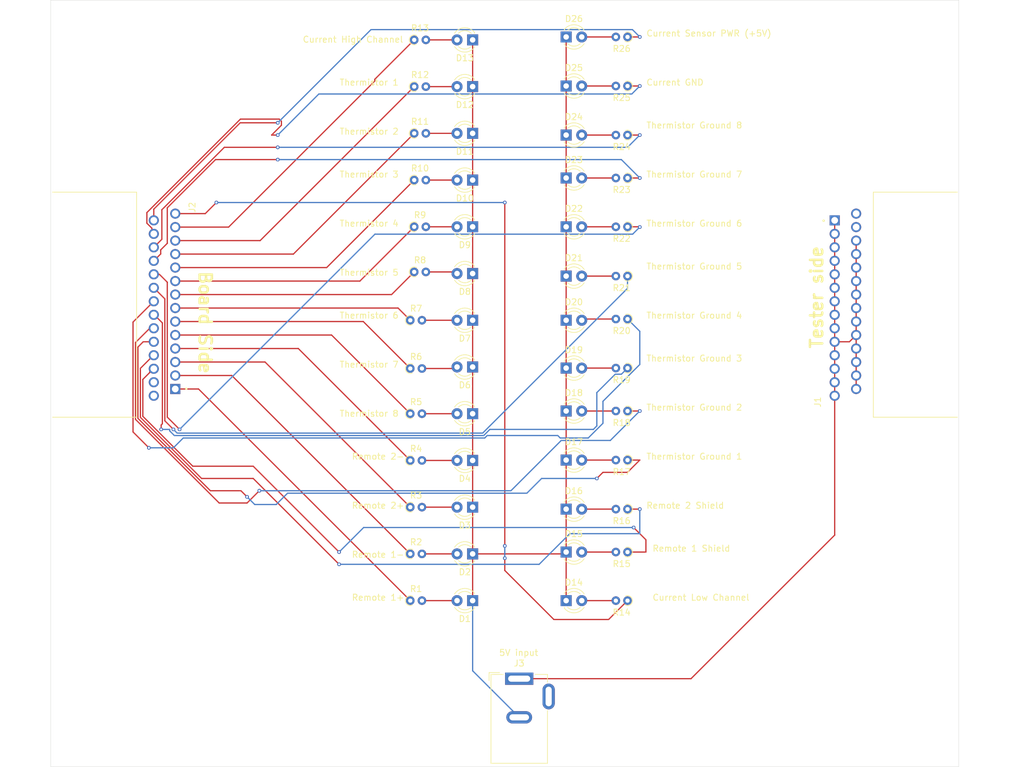
<source format=kicad_pcb>
(kicad_pcb (version 20221018) (generator pcbnew)
  (title_block (title "O2 Supervisor cable tester") (date "2023-08-21") (rev "0"))
  (layers (0 "F.Cu" signal) (31 "B.Cu" signal) (34 "B.Paste" user) (35 "F.Paste" user) (36 "B.SilkS" user "B.Silkscreen") (37 "F.SilkS" user "F.Silkscreen") (38 "B.Mask" user) (39 "F.Mask" user) (44 "Edge.Cuts" user))
  (net 0 "")
  (net 1 "GND")
  (net 2 "Net-(D1-A)")
  (net 3 "Net-(D2-A)")
  (net 4 "Net-(D3-A)")
  (net 5 "Net-(D4-A)")
  (net 6 "Net-(D5-A)")
  (net 7 "Net-(D6-A)")
  (net 8 "Net-(D7-A)")
  (net 9 "Net-(D8-A)")
  (net 10 "Net-(D9-A)")
  (net 11 "Net-(D10-A)")
  (net 12 "Net-(D11-A)")
  (net 13 "Net-(D12-A)")
  (net 14 "Net-(D13-A)")
  (net 15 "Net-(D14-A)")
  (net 16 "Net-(D15-A)")
  (net 17 "Net-(D16-A)")
  (net 18 "Net-(D17-A)")
  (net 19 "Net-(D18-A)")
  (net 20 "Net-(D19-A)")
  (net 21 "Net-(D20-A)")
  (net 22 "Net-(D21-A)")
  (net 23 "Net-(D22-A)")
  (net 24 "Net-(D23-A)")
  (net 25 "Net-(D24-A)")
  (net 26 "Net-(D25-A)")
  (net 27 "Net-(D26-A)")
  (net 28 "+5V")
  (net 31 "Current Low Channel")
  (net 32 "Current High Channel")
  (net 33 "Thermistor 1")
  (net 34 "Thermistor 2")
  (net 35 "Thermistor 3")
  (net 36 "Thermistor 4")
  (net 37 "Thermistor 5")
  (net 38 "Thermistor 6")
  (net 39 "Thermistor 7")
  (net 40 "Thermistor 8")
  (net 41 "Remote 2-")
  (net 42 "Remote 2+")
  (net 43 "Remote 1-")
  (net 44 "Remote 1+")
  (net 45 "Current Ground")
  (net 46 "Thermistor Ground 8")
  (net 47 "Thermistor Ground 7")
  (net 48 "Thermistor Ground 6")
  (net 49 "Thermistor Ground 5")
  (net 50 "Thermistor Ground 4")
  (net 51 "Thermistor Ground 3")
  (net 52 "Thermistor Ground 2")
  (net 53 "Thermistor Ground 1")
  (net 54 "Remote 2 Shield")
  (net 55 "Remote 1 Shield")
  (net 58 "Current Sensor PWR (+5V)")
  (footprint "Connector_BarrelJack:BarrelJack_GCT_DCJ200-10-A_Horizontal" (layer "F.Cu") (at 119.35 134.65)
    (fp_text reference "J3")
    (fp_text value "Barrel_Jack")
  )
  (footprint "LED_THT:LED_D3.0mm" (layer "F.Cu") (at 127 30)
    (fp_text reference "D26")
    (fp_text value "LED" hide)
  )
  (footprint "Resistor_THT:R_Axial_DIN0204_L3.6mm_D1.6mm_P1.90mm_Vertical" (layer "F.Cu") (at 101.6 84.07)
    (fp_text reference "R6")
    (fp_text value "330")
  )
  (footprint "Resistor_THT:R_Axial_DIN0204_L3.6mm_D1.6mm_P1.90mm_Vertical" (layer "F.Cu") (at 137 84 180)
    (fp_text reference "R19")
    (fp_text value "330")
  )
  (footprint "LED_THT:LED_D3.0mm" (layer "F.Cu") (at 127 46)
    (fp_text reference "D24")
    (fp_text value "LED" hide)
  )
  (footprint "LED_THT:LED_D3.0mm" (layer "F.Cu") (at 111.76 45.72 180)
    (fp_text reference "D11")
    (fp_text value "LED" hide)
  )
  (footprint "LED_THT:LED_D3.0mm" (layer "F.Cu") (at 111.76 106.68 180)
    (fp_text reference "D3")
    (fp_text value "LED" hide)
  )
  (footprint "MX34028NF2:JAE_MX34028NF2" (layer "F.Cu") (at 54 73.66 -90)
    (fp_text reference "J2")
    (fp_text value "MX34028NF2")
  )
  (footprint "LED_THT:LED_D3.0mm" (layer "F.Cu") (at 111.76 38.1 180)
    (fp_text reference "D12")
    (fp_text value "LED" hide)
  )
  (footprint "Resistor_THT:R_Axial_DIN0204_L3.6mm_D1.6mm_P1.90mm_Vertical" (layer "F.Cu") (at 101.6 121.92)
    (fp_text reference "R1")
    (fp_text value "330")
  )
  (footprint "LED_THT:LED_D3.0mm" (layer "F.Cu") (at 111.76 68.58 180)
    (fp_text reference "D8")
    (fp_text value "LED" hide)
  )
  (footprint "LED_THT:LED_D3.0mm" (layer "F.Cu") (at 111.76 99.06 180)
    (fp_text reference "D4")
    (fp_text value "LED" hide)
  )
  (footprint "Resistor_THT:R_Axial_DIN0204_L3.6mm_D1.6mm_P1.90mm_Vertical" (layer "F.Cu") (at 137 91 180)
    (fp_text reference "R18")
    (fp_text value "330")
  )
  (footprint "Resistor_THT:R_Axial_DIN0204_L3.6mm_D1.6mm_P1.90mm_Vertical" (layer "F.Cu") (at 102.24 53.34)
    (fp_text reference "R10")
    (fp_text value "330")
  )
  (footprint "LED_THT:LED_D3.0mm" (layer "F.Cu") (at 111.76 121.92 180)
    (fp_text reference "D1")
    (fp_text value "LED" hide)
  )
  (footprint "LED_THT:LED_D3.0mm" (layer "F.Cu") (at 111.76 83.82 180)
    (fp_text reference "D6")
    (fp_text value "LED" hide)
  )
  (footprint "LED_THT:LED_D3.0mm" (layer "F.Cu") (at 111.76 91.44 180)
    (fp_text reference "D5")
    (fp_text value "LED" hide)
  )
  (footprint "LED_THT:LED_D3.0mm" (layer "F.Cu") (at 111.76 53.34 180)
    (fp_text reference "D10")
    (fp_text value "LED" hide)
  )
  (footprint "LED_THT:LED_D3.0mm" (layer "F.Cu") (at 127 91)
    (fp_text reference "D18")
    (fp_text value "LED" hide)
  )
  (footprint "LED_THT:LED_D3.0mm" (layer "F.Cu") (at 127 99)
    (fp_text reference "D17")
    (fp_text value "LED" hide)
  )
  (footprint "Resistor_THT:R_Axial_DIN0204_L3.6mm_D1.6mm_P1.90mm_Vertical" (layer "F.Cu") (at 137 38 180)
    (fp_text reference "R25")
    (fp_text value "330")
  )
  (footprint "Resistor_THT:R_Axial_DIN0204_L3.6mm_D1.6mm_P1.90mm_Vertical" (layer "F.Cu") (at 137 53 180)
    (fp_text reference "R23")
    (fp_text value "330")
  )
  (footprint "Resistor_THT:R_Axial_DIN0204_L3.6mm_D1.6mm_P1.90mm_Vertical" (layer "F.Cu") (at 101.6 106.68)
    (fp_text reference "R3")
    (fp_text value "330")
  )
  (footprint "LED_THT:LED_D3.0mm" (layer "F.Cu") (at 127 60.96)
    (fp_text reference "D22")
    (fp_text value "LED" hide)
  )
  (footprint "Resistor_THT:R_Axial_DIN0204_L3.6mm_D1.6mm_P1.90mm_Vertical" (layer "F.Cu") (at 102.24 30.48)
    (fp_text reference "R13")
    (fp_text value "330")
  )
  (footprint "Resistor_THT:R_Axial_DIN0204_L3.6mm_D1.6mm_P1.90mm_Vertical" (layer "F.Cu") (at 101.6 99.06)
    (fp_text reference "R4")
    (fp_text value "330")
  )
  (footprint "LED_THT:LED_D3.0mm" (layer "F.Cu") (at 127 121.92)
    (fp_text reference "D14")
    (fp_text value "LED" hide)
  )
  (footprint "LED_THT:LED_D3.0mm" (layer "F.Cu") (at 111.76 76.2 180)
    (fp_text reference "D7")
    (fp_text value "LED" hide)
  )
  (footprint "MX34028NF2:JAE_MX34028NF2" (layer "F.Cu") (at 180.0625 73.66 90)
    (fp_text reference "J1")
    (fp_text value "MX34028NF2")
  )
  (footprint "LED_THT:LED_D3.0mm" (layer "F.Cu") (at 127 38)
    (fp_text reference "D25")
    (fp_text value "LED" hide)
  )
  (footprint "LED_THT:LED_D3.0mm" (layer "F.Cu") (at 127 69)
    (fp_text reference "D21")
    (fp_text value "LED" hide)
  )
  (footprint "Resistor_THT:R_Axial_DIN0204_L3.6mm_D1.6mm_P1.90mm_Vertical" (layer "F.Cu") (at 137 114 180)
    (fp_text reference "R15")
    (fp_text value "330")
  )
  (footprint "Resistor_THT:R_Axial_DIN0204_L3.6mm_D1.6mm_P1.90mm_Vertical" (layer "F.Cu") (at 137 99 180)
    (fp_text reference "R17")
    (fp_text value "330")
  )
  (footprint "Resistor_THT:R_Axial_DIN0204_L3.6mm_D1.6mm_P1.90mm_Vertical" (layer "F.Cu") (at 102.24 38.1)
    (fp_text reference "R12")
    (fp_text value "330")
  )
  (footprint "LED_THT:LED_D3.0mm" (layer "F.Cu") (at 111.76 114.3 180)
    (fp_text reference "D2")
    (fp_text value "LED" hide)
  )
  (footprint "LED_THT:LED_D3.0mm" (layer "F.Cu") (at 127 114)
    (fp_text reference "D15")
    (fp_text value "LED" hide)
  )
  (footprint "Resistor_THT:R_Axial_DIN0204_L3.6mm_D1.6mm_P1.90mm_Vertical" (layer "F.Cu") (at 137 69 180)
    (fp_text reference "R21")
    (fp_text value "330")
  )
  (footprint "LED_THT:LED_D3.0mm" (layer "F.Cu") (at 127 76.2)
    (fp_text reference "D20")
    (fp_text value "LED" hide)
  )
  (footprint "Resistor_THT:R_Axial_DIN0204_L3.6mm_D1.6mm_P1.90mm_Vertical" (layer "F.Cu") (at 137 107 180)
    (fp_text reference "R16")
    (fp_text value "330")
  )
  (footprint "LED_THT:LED_D3.0mm" (layer "F.Cu") (at 127 84)
    (fp_text reference "D19")
    (fp_text value "LED" hide)
  )
  (footprint "Resistor_THT:R_Axial_DIN0204_L3.6mm_D1.6mm_P1.90mm_Vertical" (layer "F.Cu") (at 101.6 91.44)
    (fp_text reference "R5")
    (fp_text value "330")
  )
  (footprint "Resistor_THT:R_Axial_DIN0204_L3.6mm_D1.6mm_P1.90mm_Vertical" (layer "F.Cu") (at 137 76 180)
    (fp_text reference "R20")
    (fp_text value "330")
  )
  (footprint "Resistor_THT:R_Axial_DIN0204_L3.6mm_D1.6mm_P1.90mm_Vertical" (layer "F.Cu") (at 137 60.96 180)
    (fp_text reference "R22")
    (fp_text value "330")
  )
  (footprint "Resistor_THT:R_Axial_DIN0204_L3.6mm_D1.6mm_P1.90mm_Vertical" (layer "F.Cu") (at 137 30 180)
    (fp_text reference "R26")
    (fp_text value "330")
  )
  (footprint "Resistor_THT:R_Axial_DIN0204_L3.6mm_D1.6mm_P1.90mm_Vertical" (layer "F.Cu") (at 101.6 76.2)
    (fp_text reference "R7")
    (fp_text value "330")
  )
  (footprint "LED_THT:LED_D3.0mm" (layer "F.Cu") (at 127 53)
    (fp_text reference "D23")
    (fp_text value "LED" hide)
  )
  (footprint "Resistor_THT:R_Axial_DIN0204_L3.6mm_D1.6mm_P1.90mm_Vertical" (layer "F.Cu") (at 102.24 45.72)
    (fp_text reference "R11")
    (fp_text value "330")
  )
  (footprint "Resistor_THT:R_Axial_DIN0204_L3.6mm_D1.6mm_P1.90mm_Vertical" (layer "F.Cu") (at 101.6 114.3)
    (fp_text reference "R2")
    (fp_text value "330")
  )
  (footprint "Resistor_THT:R_Axial_DIN0204_L3.6mm_D1.6mm_P1.90mm_Vertical" (layer "F.Cu") (at 102.24 60.96)
    (fp_text reference "R9")
    (fp_text value "330")
  )
  (footprint "Resistor_THT:R_Axial_DIN0204_L3.6mm_D1.6mm_P1.90mm_Vertical" (layer "F.Cu") (at 137 46 180)
    (fp_text reference "R24")
    (fp_text value "330")
  )
  (footprint "LED_THT:LED_D3.0mm" (layer "F.Cu") (at 111.76 60.96 180)
    (fp_text reference "D9")
    (fp_text value "LED" hide)
  )
  (footprint "LED_THT:LED_D3.0mm" (layer "F.Cu") (at 111.76 30.48 180)
    (fp_text reference "D13")
    (fp_text value "LED" hide)
  )
  (footprint "LED_THT:LED_D3.0mm" (layer "F.Cu") (at 127 107)
    (fp_text reference "D16")
    (fp_text value "LED" hide)
  )
  (footprint "Resistor_THT:R_Axial_DIN0204_L3.6mm_D1.6mm_P1.90mm_Vertical" (layer "F.Cu") (at 102.24 68.32)
    (fp_text reference "R8")
    (fp_text value "330")
  )
  (footprint "Resistor_THT:R_Axial_DIN0204_L3.6mm_D1.6mm_P1.90mm_Vertical" (layer "F.Cu") (at 137 121.92 180)
    (fp_text reference "R14")
    (fp_text value "330")
  )
  (gr_rect (start 43 24) (end 191 149) (stroke (width 0.05)) (fill none) (layer "Edge.Cuts"))
  (gr_text "Remote 2 Shield" (at 140 107) (layer "F.SilkS") (effects (font (size 1 1)) (justify left bottom)))
  (gr_text "Thermistor Ground 7" (at 140 53) (layer "F.SilkS") (effects (font (size 1 1)) (justify left bottom)))
  (gr_text "Thermistor 5" (at 90 69) (layer "F.SilkS") (effects (font (size 1 1)) (justify left bottom)))
  (gr_text "Current Sensor PWR (+5V)" (at 140 30) (layer "F.SilkS") (effects (font (size 1 1)) (justify left bottom)))
  (gr_text "Current High Channel" (at 84 31) (layer "F.SilkS") (effects (font (size 1 1)) (justify left bottom)))
  (gr_text "Remote 2-" (at 92 99) (layer "F.SilkS") (effects (font (size 1 1)) (justify left bottom)))
  (gr_text "Thermistor 8" (at 90 92) (layer "F.SilkS") (effects (font (size 1 1)) (justify left bottom)))
  (gr_text "5V input" (at 116 131) (layer "F.SilkS") (effects (font (size 1 1)) (justify left bottom)))
  (gr_text "Thermistor Ground 8" (at 140 45) (layer "F.SilkS") (effects (font (size 1 1)) (justify left bottom)))
  (gr_text "Remote 1+" (at 92 122) (layer "F.SilkS") (effects (font (size 1 1)) (justify left bottom)))
  (gr_text "Thermistor 1" (at 90 38) (layer "F.SilkS") (effects (font (size 1 1)) (justify left bottom)))
  (gr_text "Thermistor 3" (at 90 53) (layer "F.SilkS") (effects (font (size 1 1)) (justify left bottom)))
  (gr_text "Thermistor 6" (at 90 76) (layer "F.SilkS") (effects (font (size 1 1)) (justify left bottom)))
  (gr_text "Thermistor Ground 4" (at 140 76) (layer "F.SilkS") (effects (font (size 1 1)) (justify left bottom)))
  (gr_text "Thermistor Ground 5" (at 140 68) (layer "F.SilkS") (effects (font (size 1 1)) (justify left bottom)))
  (gr_text "Thermistor Ground 2" (at 140 91) (layer "F.SilkS") (effects (font (size 1 1)) (justify left bottom)))
  (gr_text "Thermistor Ground 1" (at 140 99) (layer "F.SilkS") (effects (font (size 1 1)) (justify left bottom)))
  (gr_text "Thermistor Ground 6" (at 140 61) (layer "F.SilkS") (effects (font (size 1 1)) (justify left bottom)))
  (gr_text "Thermistor Ground 3" (at 140 83) (layer "F.SilkS") (effects (font (size 1 1)) (justify left bottom)))
  (gr_text "Current Low Channel" (at 141 122) (layer "F.SilkS") (effects (font (size 1 1)) (justify left bottom)))
  (gr_text "Board Side" (at 67 68 270) (layer "F.SilkS") (effects (font (size 2 2) (thickness 0.4) bold) (justify left bottom)))
  (gr_text "Remote 1 Shield" (at 141 114) (layer "F.SilkS") (effects (font (size 1 1)) (justify left bottom)))
  (gr_text "Tester side" (at 169 81 90) (layer "F.SilkS") (effects (font (size 2 2) (thickness 0.4) bold) (justify left bottom)))
  (gr_text "Thermistor 2" (at 90 46) (layer "F.SilkS") (effects (font (size 1 1)) (justify left bottom)))
  (gr_text "Thermistor 7" (at 90 84) (layer "F.SilkS") (effects (font (size 1 1)) (justify left bottom)))
  (gr_text "Thermistor 4" (at 90 61) (layer "F.SilkS") (effects (font (size 1 1)) (justify left bottom)))
  (gr_text "Current GND" (at 140 38) (layer "F.SilkS") (effects (font (size 1 1)) (justify left bottom)))
  (gr_text "Remote 2+" (at 92 107) (layer "F.SilkS") (effects (font (size 1 1)) (justify left bottom)))
  (gr_text "Remote 1-" (at 92 115) (layer "F.SilkS") (effects (font (size 1 1)) (justify left bottom)))
  (segment (start 111.76 114.3) (end 127 114.3) (width 0.2) (layer "F.Cu") (net 1))
  (segment (start 127 107) (end 127 114) (width 0.2) (layer "F.Cu") (net 1))
  (segment (start 127 99) (end 127 107) (width 0.2) (layer "F.Cu") (net 1))
  (segment (start 127 30) (end 127 99) (width 0.2) (layer "F.Cu") (net 1))
  (segment (start 111.76 30.48) (end 111.76 121.92) (width 0.2) (layer "F.Cu") (net 1))
  (segment (start 127 114) (end 127 121.92) (width 0.2) (layer "F.Cu") (net 1))
  (segment (start 111.76 133.36) (end 119.35 140.95) (width 0.2) (layer "B.Cu") (net 1))
  (segment (start 111.76 121.92) (end 111.76 133.36) (width 0.2) (layer "B.Cu") (net 1))
  (segment (start 103.5 121.92) (end 109.22 121.92) (width 0.2) (layer "F.Cu") (net 2))
  (segment (start 103.5 114.3) (end 109.22 114.3) (width 0.2) (layer "F.Cu") (net 3))
  (segment (start 103.5 106.68) (end 109.22 106.68) (width 0.2) (layer "F.Cu") (net 4))
  (segment (start 103.5 99.06) (end 109.22 99.06) (width 0.2) (layer "F.Cu") (net 5))
  (segment (start 103.5 91.44) (end 109.22 91.44) (width 0.2) (layer "F.Cu") (net 6))
  (segment (start 108.97 84.07) (end 109.22 83.82) (width 0.2) (layer "F.Cu") (net 7))
  (segment (start 103.5 84.07) (end 108.97 84.07) (width 0.2) (layer "F.Cu") (net 7))
  (segment (start 103.5 76.2) (end 109.22 76.2) (width 0.2) (layer "F.Cu") (net 8))
  (segment (start 104.14 68.32) (end 108.96 68.32) (width 0.2) (layer "F.Cu") (net 9))
  (segment (start 108.96 68.32) (end 109.22 68.58) (width 0.2) (layer "F.Cu") (net 9))
  (segment (start 104.14 60.96) (end 109.22 60.96) (width 0.2) (layer "F.Cu") (net 10))
  (segment (start 104.14 53.34) (end 109.22 53.34) (width 0.2) (layer "F.Cu") (net 11))
  (segment (start 104.14 45.72) (end 109.22 45.72) (width 0.2) (layer "F.Cu") (net 12))
  (segment (start 104.14 38.1) (end 109.22 38.1) (width 0.2) (layer "F.Cu") (net 13))
  (segment (start 104.14 30.48) (end 109.22 30.48) (width 0.2) (layer "F.Cu") (net 14))
  (segment (start 129.54 121.92) (end 135.1 121.92) (width 0.2) (layer "F.Cu") (net 15))
  (segment (start 129.54 114) (end 135.1 114) (width 0.2) (layer "F.Cu") (net 16))
  (segment (start 129.54 107) (end 135.1 107) (width 0.2) (layer "F.Cu") (net 17))
  (segment (start 129.54 99) (end 135.1 99) (width 0.2) (layer "F.Cu") (net 18))
  (segment (start 135.1 91) (end 129.54 91) (width 0.2) (layer "F.Cu") (net 19))
  (segment (start 129.54 84) (end 135.1 84) (width 0.2) (layer "F.Cu") (net 20))
  (segment (start 129.74 76) (end 129.54 76.2) (width 0.2) (layer "F.Cu") (net 21))
  (segment (start 135.1 76) (end 129.74 76) (width 0.2) (layer "F.Cu") (net 21))
  (segment (start 135.1 69) (end 129.54 69) (width 0.2) (layer "F.Cu") (net 22))
  (segment (start 129.54 60.96) (end 135.1 60.96) (width 0.2) (layer "F.Cu") (net 23))
  (segment (start 135.1 53) (end 129.54 53) (width 0.2) (layer "F.Cu") (net 24))
  (segment (start 129.54 46) (end 135.1 46) (width 0.2) (layer "F.Cu") (net 25))
  (segment (start 135.1 38) (end 129.54 38) (width 0.2) (layer "F.Cu") (net 26))
  (segment (start 129.54 30) (end 135.1 30) (width 0.2) (layer "F.Cu") (net 27))
  (segment (start 170.7625 88.51) (end 170.7625 111.2375) (width 0.2) (layer "F.Cu") (net 28))
  (segment (start 170.7625 59.91) (end 170.7625 88.51) (width 0.2) (layer "F.Cu") (net 28))
  (segment (start 173.1625 79.71) (end 174.2625 78.61) (width 0.2) (layer "F.Cu") (net 28))
  (segment (start 170.7625 79.71) (end 173.1625 79.71) (width 0.2) (layer "F.Cu") (net 28))
  (segment (start 170.7625 111.2375) (end 147.35 134.65) (width 0.2) (layer "F.Cu") (net 28))
  (segment (start 174.2625 63.21) (end 174.2625 87.41) (width 0.2) (layer "F.Cu") (net 28))
  (segment (start 147.35 134.65) (end 119.35 134.65) (width 0.2) (layer "F.Cu") (net 28))
  (segment (start 117 57) (end 117 113) (width 0.2) (layer "F.Cu") (net 31))
  (segment (start 133.92 125) (end 137 121.92) (width 0.2) (layer "F.Cu") (net 31))
  (segment (start 117 115) (end 117 117) (width 0.2) (layer "F.Cu") (net 31))
  (segment (start 68.19 58.81) (end 70 57) (width 0.2) (layer "F.Cu") (net 31))
  (segment (start 117 117) (end 125 125) (width 0.2) (layer "F.Cu") (net 31))
  (segment (start 125 125) (end 133.92 125) (width 0.2) (layer "F.Cu") (net 31))
  (segment (start 62.64 58.81) (end 68.19 58.81) (width 0.2) (layer "F.Cu") (net 31))
  (via (at 117 113) (size 0.6) (drill 0.3) (layers "F.Cu" "B.Cu") (net 31))
  (via (at 117 57) (size 0.6) (drill 0.3) (layers "F.Cu" "B.Cu") (net 31))
  (via (at 70 57) (size 0.6) (drill 0.3) (layers "F.Cu" "B.Cu") (net 31))
  (via (at 117 115) (size 0.6) (drill 0.3) (layers "F.Cu" "B.Cu") (net 31))
  (segment (start 117 113) (end 117 115) (width 0.2) (layer "B.Cu") (net 31))
  (segment (start 70 57) (end 117 57) (width 0.2) (layer "B.Cu") (net 31))
  (segment (start 95.82 37.18) (end 95.82 36.9) (width 0.2) (layer "F.Cu") (net 32))
  (segment (start 95.82 36.9) (end 102.24 30.48) (width 0.2) (layer "F.Cu") (net 32))
  (segment (start 71.99 61.01) (end 95.82 37.18) (width 0.2) (layer "F.Cu") (net 32))
  (segment (start 62.64 61.01) (end 71.99 61.01) (width 0.2) (layer "F.Cu") (net 32))
  (segment (start 62.64 63.21) (end 77.13 63.21) (width 0.2) (layer "F.Cu") (net 33))
  (segment (start 77.13 63.21) (end 102.24 38.1) (width 0.2) (layer "F.Cu") (net 33))
  (segment (start 82.55 65.41) (end 102.24 45.72) (width 0.2) (layer "F.Cu") (net 34))
  (segment (start 62.64 65.41) (end 82.55 65.41) (width 0.2) (layer "F.Cu") (net 34))
  (segment (start 87.97 67.61) (end 102.24 53.34) (width 0.2) (layer "F.Cu") (net 35))
  (segment (start 62.64 67.61) (end 87.97 67.61) (width 0.2) (layer "F.Cu") (net 35))
  (segment (start 93.39 69.81) (end 102.24 60.96) (width 0.2) (layer "F.Cu") (net 36))
  (segment (start 62.64 69.81) (end 93.39 69.81) (width 0.2) (layer "F.Cu") (net 36))
  (segment (start 98.55 72.01) (end 102.24 68.32) (width 0.2) (layer "F.Cu") (net 37))
  (segment (start 62.64 72.01) (end 98.55 72.01) (width 0.2) (layer "F.Cu") (net 37))
  (segment (start 99.61 74.21) (end 101.6 76.2) (width 0.2) (layer "F.Cu") (net 38))
  (segment (start 62.64 74.21) (end 99.61 74.21) (width 0.2) (layer "F.Cu") (net 38))
  (segment (start 93.94 76.41) (end 101.6 84.07) (width 0.2) (layer "F.Cu") (net 39))
  (segment (start 62.64 76.41) (end 93.94 76.41) (width 0.2) (layer "F.Cu") (net 39))
  (segment (start 88.77 78.61) (end 101.6 91.44) (width 0.2) (layer "F.Cu") (net 40))
  (segment (start 62.64 78.61) (end 88.77 78.61) (width 0.2) (layer "F.Cu") (net 40))
  (segment (start 83.35 80.81) (end 101.6 99.06) (width 0.2) (layer "F.Cu") (net 41))
  (segment (start 62.64 80.81) (end 83.35 80.81) (width 0.2) (layer "F.Cu") (net 41))
  (segment (start 62.64 83.01) (end 77.93 83.01) (width 0.2) (layer "F.Cu") (net 42))
  (segment (start 77.93 83.01) (end 101.6 106.68) (width 0.2) (layer "F.Cu") (net 42))
  (segment (start 72.51 85.21) (end 101.6 114.3) (width 0.2) (layer "F.Cu") (net 43))
  (segment (start 62.64 85.21) (end 72.51 85.21) (width 0.2) (layer "F.Cu") (net 43))
  (segment (start 62.64 87.41) (end 67.09 87.41) (width 0.2) (layer "F.Cu") (net 44))
  (segment (start 67.09 87.41) (end 101.6 121.92) (width 0.2) (layer "F.Cu") (net 44))
  (segment (start 58.675 58.642589) (end 73.917589 43.4) (width 0.2) (layer "F.Cu") (net 45))
  (segment (start 139 38) (end 137 38) (width 0.2) (layer "F.Cu") (net 45))
  (segment (start 80.6 44.4) (end 79 46) (width 0.2) (layer "F.Cu") (net 45))
  (segment (start 73.917589 43.4) (end 80.248529 43.4) (width 0.2) (layer "F.Cu") (net 45))
  (segment (start 59.494009 61.804009) (end 59.494009 61.195) (width 0.2) (layer "F.Cu") (net 45))
  (segment (start 79 46) (end 80 46) (width 0.2) (layer "F.Cu") (net 45))
  (segment (start 59.14 62.11) (end 59.8 62.11) (width 0.2) (layer "F.Cu") (net 45))
  (segment (start 59.494009 61.195) (end 58.675 60.375991) (width 0.2) (layer "F.Cu") (net 45))
  (segment (start 59.8 62.11) (end 59.494009 61.804009) (width 0.2) (layer "F.Cu") (net 45))
  (segment (start 80.248529 43.4) (end 80.6 43.751471) (width 0.2) (layer "F.Cu") (net 45))
  (segment (start 58.675 60.375991) (end 58.675 58.642589) (width 0.2) (layer "F.Cu") (net 45))
  (segment (start 80.6 43.751471) (end 80.6 44.4) (width 0.2) (layer "F.Cu") (net 45))
  (via (at 139 38) (size 0.6) (drill 0.3) (layers "F.Cu" "B.Cu") (net 45))
  (via (at 80 46) (size 0.6) (drill 0.3) (layers "F.Cu" "B.Cu") (net 45))
  (segment (start 59.14 62.11) (end 59.14 61.895) (width 0.2) (layer "B.Cu") (net 45))
  (segment (start 86.7 39.3) (end 137.7 39.3) (width 0.2) (layer "B.Cu") (net 45))
  (segment (start 80 46) (end 86.7 39.3) (width 0.2) (layer "B.Cu") (net 45))
  (segment (start 137.7 39.3) (end 139 38) (width 0.2) (layer "B.Cu") (net 45))
  (segment (start 61.115 62.995) (end 61.115 58.178323) (width 0.2) (layer "F.Cu") (net 46))
  (segment (start 71.293323 48) (end 80 48) (width 0.2) (layer "F.Cu") (net 46))
  (segment (start 61.115 58.178323) (end 71.293323 48) (width 0.2) (layer "F.Cu") (net 46))
  (segment (start 139 46) (end 137 46) (width 0.2) (layer "F.Cu") (net 46))
  (segment (start 59.8 64.31) (end 61.115 62.995) (width 0.2) (layer "F.Cu") (net 46))
  (via (at 139 46) (size 0.6) (drill 0.3) (layers "F.Cu" "B.Cu") (net 46))
  (via (at 80 48) (size 0.6) (drill 0.3) (layers "F.Cu" "B.Cu") (net 46))
  (segment (start 137 48) (end 139 46) (width 0.2) (layer "B.Cu") (net 46))
  (segment (start 80 48) (end 137 48) (width 0.2) (layer "B.Cu") (net 46))
  (segment (start 139 53) (end 137 53) (width 0.2) (layer "F.Cu") (net 47))
  (segment (start 60.925 64.725) (end 62 63.65) (width 0.2) (layer "F.Cu") (net 47))
  (segment (start 69.859009 50) (end 80 50) (width 0.2) (layer "F.Cu") (net 47))
  (segment (start 59.8 66.51) (end 60.925 65.385) (width 0.2) (layer "F.Cu") (net 47))
  (segment (start 60.925 65.385) (end 60.925 64.725) (width 0.2) (layer "F.Cu") (net 47))
  (segment (start 62 57.859009) (end 69.859009 50) (width 0.2) (layer "F.Cu") (net 47))
  (segment (start 62 63.65) (end 62 57.859009) (width 0.2) (layer "F.Cu") (net 47))
  (via (at 80 50) (size 0.6) (drill 0.3) (layers "F.Cu" "B.Cu") (net 47))
  (via (at 139 53) (size 0.6) (drill 0.3) (layers "F.Cu" "B.Cu") (net 47))
  (segment (start 136 50) (end 139 53) (width 0.2) (layer "B.Cu") (net 47))
  (segment (start 80 50) (end 136 50) (width 0.2) (layer "B.Cu") (net 47))
  (segment (start 138.96 60.96) (end 137 60.96) (width 0.2) (layer "F.Cu") (net 48))
  (segment (start 59.8 68.71) (end 60.71 68.71) (width 0.2) (layer "F.Cu") (net 48))
  (segment (start 139 61) (end 138.96 60.96) (width 0.2) (layer "F.Cu") (net 48))
  (segment (start 62 70) (end 62 92) (width 0.2) (layer "F.Cu") (net 48))
  (segment (start 62 92) (end 64 94) (width 0.2) (layer "F.Cu") (net 48))
  (segment (start 60.71 68.71) (end 62 70) (width 0.2) (layer "F.Cu") (net 48))
  (via (at 139 61) (size 0.6) (drill 0.3) (layers "F.Cu" "B.Cu") (net 48))
  (via (at 64 94) (size 0.6) (drill 0.3) (layers "F.Cu" "B.Cu") (net 48))
  (segment (start 137.84 62.16) (end 139 61) (width 0.2) (layer "B.Cu") (net 48))
  (segment (start 64 94) (end 95.84 62.16) (width 0.2) (layer "B.Cu") (net 48))
  (segment (start 95.84 62.16) (end 137.84 62.16) (width 0.2) (layer "B.Cu") (net 48))
  (segment (start 61.6 92.6) (end 63 94) (width 0.2) (layer "F.Cu") (net 49))
  (segment (start 59.8 70.91) (end 61.6 72.71) (width 0.2) (layer "F.Cu") (net 49))
  (segment (start 61.6 72.71) (end 61.6 92.6) (width 0.2) (layer "F.Cu") (net 49))
  (via (at 63 94) (size 0.6) (drill 0.3) (layers "F.Cu" "B.Cu") (net 49))
  (segment (start 113.4 94.6) (end 63.6 94.6) (width 0.2) (layer "B.Cu") (net 49))
  (segment (start 137 71) (end 113.4 94.6) (width 0.2) (layer "B.Cu") (net 49))
  (segment (start 137 69) (end 137 71) (width 0.2) (layer "B.Cu") (net 49))
  (segment (start 63.6 94.6) (end 63 94) (width 0.2) (layer "B.Cu") (net 49))
  (segment (start 56.415 76.495) (end 56.415 94.415) (width 0.2) (layer "F.Cu") (net 50))
  (segment (start 56.415 94.415) (end 59 97) (width 0.2) (layer "F.Cu") (net 50))
  (segment (start 59.8 73.11) (end 56.415 76.495) (width 0.2) (layer "F.Cu") (net 50))
  (via (at 59 97) (size 0.6) (drill 0.3) (layers "F.Cu" "B.Cu") (net 50))
  (segment (start 125.634315 95) (end 114.131371 95) (width 0.2) (layer "B.Cu") (net 50))
  (segment (start 133 93) (end 130.6 95.4) (width 0.2) (layer "B.Cu") (net 50))
  (segment (start 126.034315 95.4) (end 125.634315 95) (width 0.2) (layer "B.Cu") (net 50))
  (segment (start 139 78) (end 139 83.414214) (width 0.2) (layer "B.Cu") (net 50))
  (segment (start 130.6 95.4) (end 126.034315 95.4) (width 0.2) (layer "B.Cu") (net 50))
  (segment (start 59 97) (end 63 97) (width 0.2) (layer "B.Cu") (net 50))
  (segment (start 137 76) (end 139 78) (width 0.2) (layer "B.Cu") (net 50))
  (segment (start 64.6 95.4) (end 64 96) (width 0.2) (layer "B.Cu") (net 50))
  (segment (start 139 83.414214) (end 133 89.414214) (width 0.2) (layer "B.Cu") (net 50))
  (segment (start 63 97) (end 64 96) (width 0.2) (layer "B.Cu") (net 50))
  (segment (start 114.131371 95) (end 113.731371 95.4) (width 0.2) (layer "B.Cu") (net 50))
  (segment (start 113.731371 95.4) (end 64.6 95.4) (width 0.2) (layer "B.Cu") (net 50))
  (segment (start 133 89.414214) (end 133 93) (width 0.2) (layer "B.Cu") (net 50))
  (segment (start 59.8 75.31) (end 59.875 75.31) (width 0.2) (layer "F.Cu") (net 51))
  (segment (start 61.2 93.082843) (end 61 93.282843) (width 0.2) (layer "F.Cu") (net 51))
  (segment (start 61.2 76.635) (end 61.2 93.082843) (width 0.2) (layer "F.Cu") (net 51))
  (segment (start 61 93.282843) (end 61 94) (width 0.2) (layer "F.Cu") (net 51))
  (segment (start 59.875 75.31) (end 61.2 76.635) (width 0.2) (layer "F.Cu") (net 51))
  (via (at 61 94) (size 0.6) (drill 0.3) (layers "F.Cu" "B.Cu") (net 51))
  (segment (start 132 93.434314) (end 132 88) (width 0.2) (layer "B.Cu") (net 51))
  (segment (start 61 94) (end 62.4 94) (width 0.2) (layer "B.Cu") (net 51))
  (segment (start 63.151471 95) (end 113.565686 95) (width 0.2) (layer "B.Cu") (net 51))
  (segment (start 62.4 94) (end 62.4 94.248529) (width 0.2) (layer "B.Cu") (net 51))
  (segment (start 62.4 94.248529) (end 63.151471 95) (width 0.2) (layer "B.Cu") (net 51))
  (segment (start 135 85) (end 136 85) (width 0.2) (layer "B.Cu") (net 51))
  (segment (start 131.434314 94) (end 132 93.434314) (width 0.2) (layer "B.Cu") (net 51))
  (segment (start 114.565686 94) (end 131.434314 94) (width 0.2) (layer "B.Cu") (net 51))
  (segment (start 136 85) (end 137 84) (width 0.2) (layer "B.Cu") (net 51))
  (segment (start 113.565686 95) (end 114.565686 94) (width 0.2) (layer "B.Cu") (net 51))
  (segment (start 132 88) (end 135 85) (width 0.2) (layer "B.Cu") (net 51))
  (segment (start 56.815 79.835) (end 59.14 77.51) (width 0.2) (layer "F.Cu") (net 52))
  (segment (start 75 106) (end 70.454416 106) (width 0.2) (layer "F.Cu") (net 52))
  (segment (start 139 91) (end 137 91) (width 0.2) (layer "F.Cu") (net 52))
  (segment (start 77 104) (end 75 106) (width 0.2) (layer "F.Cu") (net 52))
  (segment (start 56.815 92.360584) (end 56.815 79.835) (width 0.2) (layer "F.Cu") (net 52))
  (segment (start 70.454416 106) (end 56.815 92.360584) (width 0.2) (layer "F.Cu") (net 52))
  (segment (start 59.14 77.51) (end 59.8 77.51) (width 0.2) (layer "F.Cu") (net 52))
  (via (at 139 91) (size 0.6) (drill 0.3) (layers "F.Cu" "B.Cu") (net 52))
  (via (at 77 104) (size 0.6) (drill 0.3) (layers "F.Cu" "B.Cu") (net 52))
  (segment (start 77 104) (end 118 104) (width 0.2) (layer "B.Cu") (net 52))
  (segment (start 118 104) (end 126.2 95.8) (width 0.2) (layer "B.Cu") (net 52))
  (segment (start 126.2 95.8) (end 134.2 95.8) (width 0.2) (layer "B.Cu") (net 52))
  (segment (start 134.2 95.8) (end 139 91) (width 0.2) (layer "B.Cu") (net 52))
  (segment (start 69.020101 104) (end 57.215 92.194899) (width 0.2) (layer "F.Cu") (net 53))
  (segment (start 132 102) (end 133 101) (width 0.2) (layer "F.Cu") (net 53))
  (segment (start 57.215 80.57) (end 58.075 79.71) (width 0.2) (layer "F.Cu") (net 53))
  (segment (start 58.075 79.71) (end 59.8 79.71) (width 0.2) (layer "F.Cu") (net 53))
  (segment (start 133 101) (end 137 101) (width 0.2) (layer "F.Cu") (net 53))
  (segment (start 137 101) (end 139 99) (width 0.2) (layer "F.Cu") (net 53))
  (segment (start 139 99) (end 137 99) (width 0.2) (layer "F.Cu") (net 53))
  (segment (start 74 104) (end 69.020101 104) (width 0.2) (layer "F.Cu") (net 53))
  (segment (start 75 105) (end 74 104) (width 0.2) (layer "F.Cu") (net 53))
  (segment (start 57.215 92.194899) (end 57.215 80.57) (width 0.2) (layer "F.Cu") (net 53))
  (via (at 132 102) (size 0.6) (drill 0.3) (layers "F.Cu" "B.Cu") (net 53))
  (via (at 75 105) (size 0.6) (drill 0.3) (layers "F.Cu" "B.Cu") (net 53))
  (segment (start 120.6 104.4) (end 123 102) (width 0.2) (layer "B.Cu") (net 53))
  (segment (start 123 102) (end 132 102) (width 0.2) (layer "B.Cu") (net 53))
  (segment (start 76.248529 106.248529) (end 79.751471 106.248529) (width 0.2) (layer "B.Cu") (net 53))
  (segment (start 75 105) (end 76.248529 106.248529) (width 0.2) (layer "B.Cu") (net 53))
  (segment (start 79.751471 106.248529) (end 81.6 104.4) (width 0.2) (layer "B.Cu") (net 53))
  (segment (start 81.6 104.4) (end 120.6 104.4) (width 0.2) (layer "B.Cu") (net 53))
  (segment (start 139 107) (end 137 107) (width 0.2) (layer "F.Cu") (net 54))
  (segment (start 57.615 92.029214) (end 57.615 84.044009) (width 0.2) (layer "F.Cu") (net 54))
  (segment (start 76 102) (end 67.585786 102) (width 0.2) (layer "F.Cu") (net 54))
  (segment (start 59.749009 81.91) (end 59.8 81.91) (width 0.2) (layer "F.Cu") (net 54))
  (segment (start 57.615 84.044009) (end 59.749009 81.91) (width 0.2) (layer "F.Cu") (net 54))
  (segment (start 90 116) (end 76 102) (width 0.2) (layer "F.Cu") (net 54))
  (segment (start 67.585786 102) (end 57.615 92.029214) (width 0.2) (layer "F.Cu") (net 54))
  (via (at 139 107) (size 0.6) (drill 0.3) (layers "F.Cu" "B.Cu") (net 54))
  (via (at 90 116) (size 0.6) (drill 0.3) (layers "F.Cu" "B.Cu") (net 54))
  (segment (start 122.6 116) (end 127.6 111) (width 0.2) (layer "B.Cu") (net 54))
  (segment (start 139 111) (end 139 107) (width 0.2) (layer "B.Cu") (net 54))
  (segment (start 59.14 81.91) (end 59.09 81.91) (width 0.2) (layer "B.Cu") (net 54))
  (segment (start 127.6 111) (end 139 111) (width 0.2) (layer "B.Cu") (net 54))
  (segment (start 90 116) (end 122.6 116) (width 0.2) (layer "B.Cu") (net 54))
  (segment (start 59.14 84.719009) (end 59.14 84.11) (width 0.2) (layer "F.Cu") (net 55))
  (segment (start 140 114) (end 140 112) (width 0.2) (layer "F.Cu") (net 55))
  (segment (start 90 114) (end 76 100) (width 0.2) (layer "F.Cu") (net 55))
  (segment (start 58.015 91.863529) (end 58.015 85.844009) (width 0.2) (layer "F.Cu") (net 55))
  (segment (start 58.015 85.844009) (end 59.14 84.719009) (width 0.2) (layer "F.Cu") (net 55))
  (segment (start 76 100) (end 66.151471 100) (width 0.2) (layer "F.Cu") (net 55))
  (segment (start 140 114) (end 137 114) (width 0.2) (layer "F.Cu") (net 55))
  (segment (start 66.151471 100) (end 58.015 91.863529) (width 0.2) (layer "F.Cu") (net 55))
  (segment (start 140 112) (end 138 110) (width 0.2) (layer "F.Cu") (net 55))
  (via (at 90 114) (size 0.6) (drill 0.3) (layers "F.Cu" "B.Cu") (net 55))
  (via (at 138 110) (size 0.6) (drill 0.3) (layers "F.Cu" "B.Cu") (net 55))
  (segment (start 94 110) (end 90 114) (width 0.2) (layer "B.Cu") (net 55))
  (segment (start 138 110) (end 94 110) (width 0.2) (layer "B.Cu") (net 55))
  (segment (start 73.883274 44) (end 80 44) (width 0.2) (layer "F.Cu") (net 58))
  (segment (start 59.8 58.083274) (end 73.883274 44) (width 0.2) (layer "F.Cu") (net 58))
  (segment (start 139 30) (end 137 30) (width 0.2) (layer "F.Cu") (net 58))
  (segment (start 59.8 59.91) (end 59.8 58.083274) (width 0.2) (layer "F.Cu") (net 58))
  (via (at 80 44) (size 0.6) (drill 0.3) (layers "F.Cu" "B.Cu") (net 58))
  (via (at 139 30) (size 0.6) (drill 0.3) (layers "F.Cu" "B.Cu") (net 58))
  (segment (start 80 44) (end 95.2 28.8) (width 0.2) (layer "B.Cu") (net 58))
  (segment (start 95.2 28.8) (end 137.8 28.8) (width 0.2) (layer "B.Cu") (net 58))
  (segment (start 137.8 28.8) (end 139 30) (width 0.2) (layer "B.Cu") (net 58))
)
</source>
